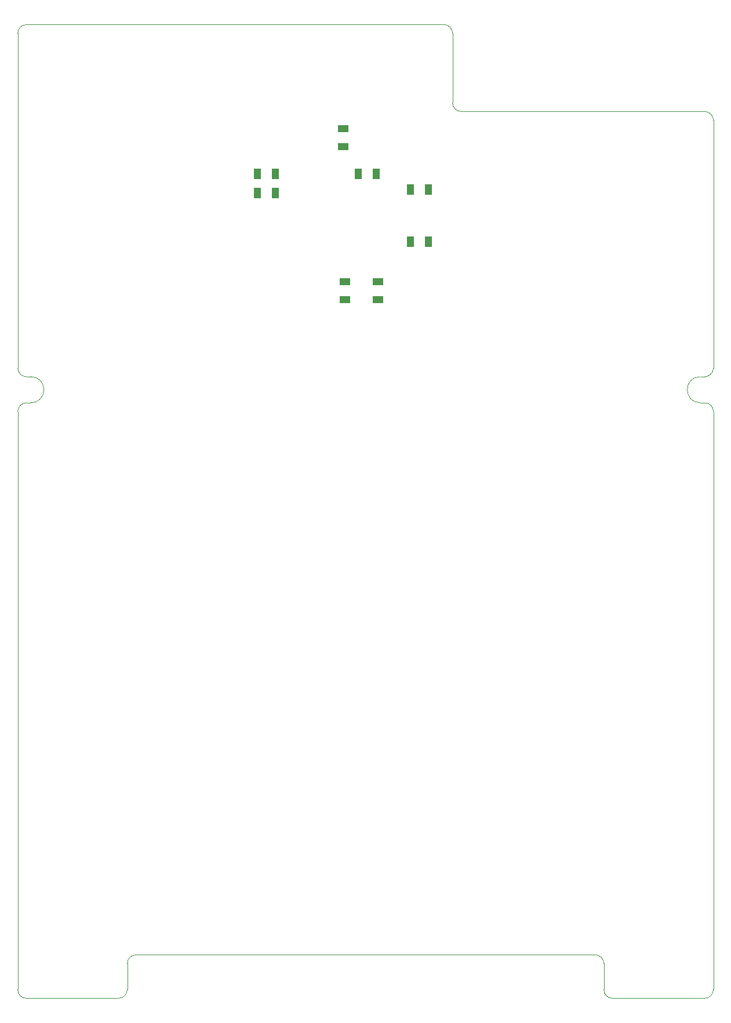
<source format=gbp>
G04 #@! TF.FileFunction,Paste,Bot*
%FSLAX46Y46*%
G04 Gerber Fmt 4.6, Leading zero omitted, Abs format (unit mm)*
G04 Created by KiCad (PCBNEW 4.0.7) date Monday, June 18, 2018 'PMt' 04:21:03 PM*
%MOMM*%
%LPD*%
G01*
G04 APERTURE LIST*
%ADD10C,0.020000*%
%ADD11C,0.100000*%
%ADD12R,1.000000X1.600000*%
%ADD13R,1.600000X1.000000*%
G04 APERTURE END LIST*
D10*
D11*
X36068000Y-88900000D02*
X49530000Y-88900000D01*
X34798000Y-83820000D02*
X34798000Y-87630000D01*
X-33528000Y-82550000D02*
X33528000Y-82550000D01*
X-34798000Y-83820000D02*
X-34798000Y-87630000D01*
X34798000Y-83820000D02*
G75*
G03X33528000Y-82550000I-1270000J0D01*
G01*
X34798000Y-87630000D02*
G75*
G03X36068000Y-88900000I1270000J0D01*
G01*
X-33530217Y-82550002D02*
G75*
G03X-34798000Y-83820000I2217J-1269998D01*
G01*
X-34798000Y-87630000D02*
G75*
G02X-36068000Y-88900000I-1270000J0D01*
G01*
X-50800000Y-3175000D02*
G75*
G02X-49530000Y-1905000I1270000J0D01*
G01*
X-49530000Y-1905000D02*
X-48895000Y-1905000D01*
X-48895000Y1905000D02*
G75*
G02X-48895000Y-1905000I0J-1905000D01*
G01*
X-48895000Y1905000D02*
X-49530000Y1905000D01*
X-49530000Y1905000D02*
G75*
G02X-50800000Y3175000I0J1270000D01*
G01*
X-50800000Y52070000D02*
X-50800000Y3175000D01*
X-50800000Y52070000D02*
G75*
G02X-49530000Y53340000I1270000J0D01*
G01*
X11430000Y53340000D02*
X-49530000Y53340000D01*
X11430000Y53340000D02*
G75*
G02X12700000Y52070000I0J-1270000D01*
G01*
X12700000Y52070000D02*
X12700000Y41910000D01*
X13970000Y40640000D02*
G75*
G02X12700000Y41910000I0J1270000D01*
G01*
X13970000Y40640000D02*
X49530000Y40640000D01*
X49530000Y40640000D02*
G75*
G02X50800000Y39370000I0J-1270000D01*
G01*
X50800000Y3175000D02*
X50800000Y39370000D01*
X50800000Y3175000D02*
G75*
G02X49530000Y1905000I-1270000J0D01*
G01*
X48895000Y1905000D02*
X49530000Y1905000D01*
X48895000Y-1905000D02*
G75*
G02X48895000Y1905000I0J1905000D01*
G01*
X49530000Y-1905000D02*
X48895000Y-1905000D01*
X49530000Y-1905000D02*
G75*
G02X50800000Y-3175000I0J-1270000D01*
G01*
X50800000Y-87630000D02*
X50800000Y-3175000D01*
X50800000Y-87630000D02*
G75*
G02X49530000Y-88900000I-1270000J0D01*
G01*
X-49530000Y-88900000D02*
X-36068000Y-88900000D01*
X-49530000Y-88900000D02*
G75*
G02X-50800000Y-87630000I0J1270000D01*
G01*
X-50800000Y-3175000D02*
X-50800000Y-87630000D01*
D12*
X6574000Y21590000D03*
X9174000Y21590000D03*
D13*
X1778000Y15778000D03*
X1778000Y13178000D03*
D12*
X6574000Y29210000D03*
X9174000Y29210000D03*
D13*
X-3048000Y15778000D03*
X-3048000Y13178000D03*
X-3302000Y35530000D03*
X-3302000Y38130000D03*
D12*
X-13178000Y31496000D03*
X-15778000Y31496000D03*
X1554000Y31496000D03*
X-1046000Y31496000D03*
X-13178000Y28702000D03*
X-15778000Y28702000D03*
M02*

</source>
